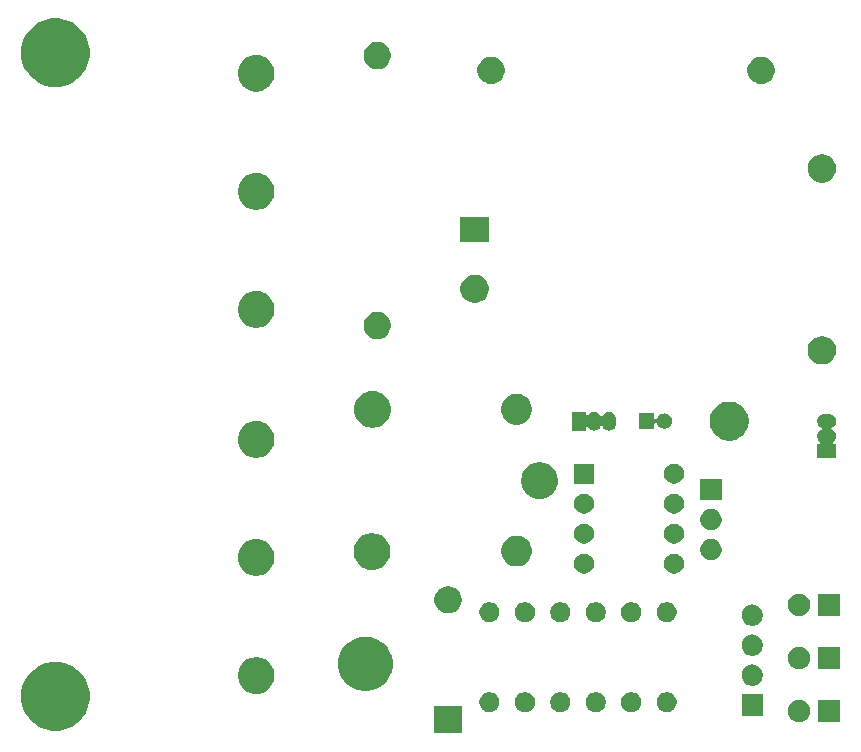
<source format=gbs>
G04 #@! TF.GenerationSoftware,KiCad,Pcbnew,(5.1.5)-3*
G04 #@! TF.CreationDate,2020-11-02T17:07:13+01:00*
G04 #@! TF.ProjectId,Heat Controller,48656174-2043-46f6-9e74-726f6c6c6572,rev?*
G04 #@! TF.SameCoordinates,Original*
G04 #@! TF.FileFunction,Soldermask,Bot*
G04 #@! TF.FilePolarity,Negative*
%FSLAX46Y46*%
G04 Gerber Fmt 4.6, Leading zero omitted, Abs format (unit mm)*
G04 Created by KiCad (PCBNEW (5.1.5)-3) date 2020-11-02 17:07:13*
%MOMM*%
%LPD*%
G04 APERTURE LIST*
%ADD10C,0.100000*%
G04 APERTURE END LIST*
D10*
G36*
X146901000Y-134401000D02*
G01*
X144599000Y-134401000D01*
X144599000Y-132099000D01*
X146901000Y-132099000D01*
X146901000Y-134401000D01*
G37*
G36*
X113346189Y-128460483D02*
G01*
X113874137Y-128679166D01*
X113874139Y-128679167D01*
X114349280Y-128996646D01*
X114753354Y-129400720D01*
X114921762Y-129652761D01*
X115070834Y-129875863D01*
X115289517Y-130403811D01*
X115401000Y-130964275D01*
X115401000Y-131535725D01*
X115289517Y-132096189D01*
X115070834Y-132624137D01*
X115070833Y-132624139D01*
X114753354Y-133099280D01*
X114349280Y-133503354D01*
X113874139Y-133820833D01*
X113874138Y-133820834D01*
X113874137Y-133820834D01*
X113346189Y-134039517D01*
X112785725Y-134151000D01*
X112214275Y-134151000D01*
X111653811Y-134039517D01*
X111125863Y-133820834D01*
X111125862Y-133820834D01*
X111125861Y-133820833D01*
X110650720Y-133503354D01*
X110246646Y-133099280D01*
X109929167Y-132624139D01*
X109929166Y-132624137D01*
X109710483Y-132096189D01*
X109599000Y-131535725D01*
X109599000Y-130964275D01*
X109710483Y-130403811D01*
X109929166Y-129875863D01*
X110078238Y-129652761D01*
X110246646Y-129400720D01*
X110650720Y-128996646D01*
X111125861Y-128679167D01*
X111125863Y-128679166D01*
X111653811Y-128460483D01*
X112214275Y-128349000D01*
X112785725Y-128349000D01*
X113346189Y-128460483D01*
G37*
G36*
X175737395Y-131585546D02*
G01*
X175910466Y-131657234D01*
X175923862Y-131666185D01*
X176066227Y-131761310D01*
X176198690Y-131893773D01*
X176198691Y-131893775D01*
X176302766Y-132049534D01*
X176374454Y-132222605D01*
X176411000Y-132406333D01*
X176411000Y-132593667D01*
X176374454Y-132777395D01*
X176302766Y-132950466D01*
X176302765Y-132950467D01*
X176198690Y-133106227D01*
X176066227Y-133238690D01*
X175987818Y-133291081D01*
X175910466Y-133342766D01*
X175737395Y-133414454D01*
X175553667Y-133451000D01*
X175366333Y-133451000D01*
X175182605Y-133414454D01*
X175009534Y-133342766D01*
X174932182Y-133291081D01*
X174853773Y-133238690D01*
X174721310Y-133106227D01*
X174617235Y-132950467D01*
X174617234Y-132950466D01*
X174545546Y-132777395D01*
X174509000Y-132593667D01*
X174509000Y-132406333D01*
X174545546Y-132222605D01*
X174617234Y-132049534D01*
X174721309Y-131893775D01*
X174721310Y-131893773D01*
X174853773Y-131761310D01*
X174996138Y-131666185D01*
X175009534Y-131657234D01*
X175182605Y-131585546D01*
X175366333Y-131549000D01*
X175553667Y-131549000D01*
X175737395Y-131585546D01*
G37*
G36*
X178951000Y-133451000D02*
G01*
X177049000Y-133451000D01*
X177049000Y-131549000D01*
X178951000Y-131549000D01*
X178951000Y-133451000D01*
G37*
G36*
X172401000Y-132901000D02*
G01*
X170599000Y-132901000D01*
X170599000Y-131099000D01*
X172401000Y-131099000D01*
X172401000Y-132901000D01*
G37*
G36*
X158498228Y-130931703D02*
G01*
X158653100Y-130995853D01*
X158792481Y-131088985D01*
X158911015Y-131207519D01*
X159004147Y-131346900D01*
X159068297Y-131501772D01*
X159101000Y-131666184D01*
X159101000Y-131833816D01*
X159068297Y-131998228D01*
X159004147Y-132153100D01*
X158911015Y-132292481D01*
X158792481Y-132411015D01*
X158653100Y-132504147D01*
X158498228Y-132568297D01*
X158333816Y-132601000D01*
X158166184Y-132601000D01*
X158001772Y-132568297D01*
X157846900Y-132504147D01*
X157707519Y-132411015D01*
X157588985Y-132292481D01*
X157495853Y-132153100D01*
X157431703Y-131998228D01*
X157399000Y-131833816D01*
X157399000Y-131666184D01*
X157431703Y-131501772D01*
X157495853Y-131346900D01*
X157588985Y-131207519D01*
X157707519Y-131088985D01*
X157846900Y-130995853D01*
X158001772Y-130931703D01*
X158166184Y-130899000D01*
X158333816Y-130899000D01*
X158498228Y-130931703D01*
G37*
G36*
X161498228Y-130931703D02*
G01*
X161653100Y-130995853D01*
X161792481Y-131088985D01*
X161911015Y-131207519D01*
X162004147Y-131346900D01*
X162068297Y-131501772D01*
X162101000Y-131666184D01*
X162101000Y-131833816D01*
X162068297Y-131998228D01*
X162004147Y-132153100D01*
X161911015Y-132292481D01*
X161792481Y-132411015D01*
X161653100Y-132504147D01*
X161498228Y-132568297D01*
X161333816Y-132601000D01*
X161166184Y-132601000D01*
X161001772Y-132568297D01*
X160846900Y-132504147D01*
X160707519Y-132411015D01*
X160588985Y-132292481D01*
X160495853Y-132153100D01*
X160431703Y-131998228D01*
X160399000Y-131833816D01*
X160399000Y-131666184D01*
X160431703Y-131501772D01*
X160495853Y-131346900D01*
X160588985Y-131207519D01*
X160707519Y-131088985D01*
X160846900Y-130995853D01*
X161001772Y-130931703D01*
X161166184Y-130899000D01*
X161333816Y-130899000D01*
X161498228Y-130931703D01*
G37*
G36*
X155498228Y-130931703D02*
G01*
X155653100Y-130995853D01*
X155792481Y-131088985D01*
X155911015Y-131207519D01*
X156004147Y-131346900D01*
X156068297Y-131501772D01*
X156101000Y-131666184D01*
X156101000Y-131833816D01*
X156068297Y-131998228D01*
X156004147Y-132153100D01*
X155911015Y-132292481D01*
X155792481Y-132411015D01*
X155653100Y-132504147D01*
X155498228Y-132568297D01*
X155333816Y-132601000D01*
X155166184Y-132601000D01*
X155001772Y-132568297D01*
X154846900Y-132504147D01*
X154707519Y-132411015D01*
X154588985Y-132292481D01*
X154495853Y-132153100D01*
X154431703Y-131998228D01*
X154399000Y-131833816D01*
X154399000Y-131666184D01*
X154431703Y-131501772D01*
X154495853Y-131346900D01*
X154588985Y-131207519D01*
X154707519Y-131088985D01*
X154846900Y-130995853D01*
X155001772Y-130931703D01*
X155166184Y-130899000D01*
X155333816Y-130899000D01*
X155498228Y-130931703D01*
G37*
G36*
X149498228Y-130931703D02*
G01*
X149653100Y-130995853D01*
X149792481Y-131088985D01*
X149911015Y-131207519D01*
X150004147Y-131346900D01*
X150068297Y-131501772D01*
X150101000Y-131666184D01*
X150101000Y-131833816D01*
X150068297Y-131998228D01*
X150004147Y-132153100D01*
X149911015Y-132292481D01*
X149792481Y-132411015D01*
X149653100Y-132504147D01*
X149498228Y-132568297D01*
X149333816Y-132601000D01*
X149166184Y-132601000D01*
X149001772Y-132568297D01*
X148846900Y-132504147D01*
X148707519Y-132411015D01*
X148588985Y-132292481D01*
X148495853Y-132153100D01*
X148431703Y-131998228D01*
X148399000Y-131833816D01*
X148399000Y-131666184D01*
X148431703Y-131501772D01*
X148495853Y-131346900D01*
X148588985Y-131207519D01*
X148707519Y-131088985D01*
X148846900Y-130995853D01*
X149001772Y-130931703D01*
X149166184Y-130899000D01*
X149333816Y-130899000D01*
X149498228Y-130931703D01*
G37*
G36*
X152498228Y-130931703D02*
G01*
X152653100Y-130995853D01*
X152792481Y-131088985D01*
X152911015Y-131207519D01*
X153004147Y-131346900D01*
X153068297Y-131501772D01*
X153101000Y-131666184D01*
X153101000Y-131833816D01*
X153068297Y-131998228D01*
X153004147Y-132153100D01*
X152911015Y-132292481D01*
X152792481Y-132411015D01*
X152653100Y-132504147D01*
X152498228Y-132568297D01*
X152333816Y-132601000D01*
X152166184Y-132601000D01*
X152001772Y-132568297D01*
X151846900Y-132504147D01*
X151707519Y-132411015D01*
X151588985Y-132292481D01*
X151495853Y-132153100D01*
X151431703Y-131998228D01*
X151399000Y-131833816D01*
X151399000Y-131666184D01*
X151431703Y-131501772D01*
X151495853Y-131346900D01*
X151588985Y-131207519D01*
X151707519Y-131088985D01*
X151846900Y-130995853D01*
X152001772Y-130931703D01*
X152166184Y-130899000D01*
X152333816Y-130899000D01*
X152498228Y-130931703D01*
G37*
G36*
X164498228Y-130931703D02*
G01*
X164653100Y-130995853D01*
X164792481Y-131088985D01*
X164911015Y-131207519D01*
X165004147Y-131346900D01*
X165068297Y-131501772D01*
X165101000Y-131666184D01*
X165101000Y-131833816D01*
X165068297Y-131998228D01*
X165004147Y-132153100D01*
X164911015Y-132292481D01*
X164792481Y-132411015D01*
X164653100Y-132504147D01*
X164498228Y-132568297D01*
X164333816Y-132601000D01*
X164166184Y-132601000D01*
X164001772Y-132568297D01*
X163846900Y-132504147D01*
X163707519Y-132411015D01*
X163588985Y-132292481D01*
X163495853Y-132153100D01*
X163431703Y-131998228D01*
X163399000Y-131833816D01*
X163399000Y-131666184D01*
X163431703Y-131501772D01*
X163495853Y-131346900D01*
X163588985Y-131207519D01*
X163707519Y-131088985D01*
X163846900Y-130995853D01*
X164001772Y-130931703D01*
X164166184Y-130899000D01*
X164333816Y-130899000D01*
X164498228Y-130931703D01*
G37*
G36*
X129802585Y-127978802D02*
G01*
X129952410Y-128008604D01*
X130234674Y-128125521D01*
X130488705Y-128295259D01*
X130704741Y-128511295D01*
X130874479Y-128765326D01*
X130991396Y-129047590D01*
X131051000Y-129347240D01*
X131051000Y-129652760D01*
X130991396Y-129952410D01*
X130874479Y-130234674D01*
X130704741Y-130488705D01*
X130488705Y-130704741D01*
X130234674Y-130874479D01*
X129952410Y-130991396D01*
X129802585Y-131021198D01*
X129652761Y-131051000D01*
X129347239Y-131051000D01*
X129197415Y-131021198D01*
X129047590Y-130991396D01*
X128765326Y-130874479D01*
X128511295Y-130704741D01*
X128295259Y-130488705D01*
X128125521Y-130234674D01*
X128008604Y-129952410D01*
X127949000Y-129652760D01*
X127949000Y-129347240D01*
X128008604Y-129047590D01*
X128125521Y-128765326D01*
X128295259Y-128511295D01*
X128511295Y-128295259D01*
X128765326Y-128125521D01*
X129047590Y-128008604D01*
X129197415Y-127978802D01*
X129347239Y-127949000D01*
X129652761Y-127949000D01*
X129802585Y-127978802D01*
G37*
G36*
X139198903Y-126243213D02*
G01*
X139421177Y-126287426D01*
X139839932Y-126460880D01*
X140216802Y-126712696D01*
X140537304Y-127033198D01*
X140789120Y-127410068D01*
X140962574Y-127828823D01*
X141051000Y-128273371D01*
X141051000Y-128726629D01*
X140962574Y-129171177D01*
X140789120Y-129589932D01*
X140537304Y-129966802D01*
X140216802Y-130287304D01*
X139839932Y-130539120D01*
X139421177Y-130712574D01*
X139198903Y-130756787D01*
X138976630Y-130801000D01*
X138523370Y-130801000D01*
X138301097Y-130756787D01*
X138078823Y-130712574D01*
X137660068Y-130539120D01*
X137283198Y-130287304D01*
X136962696Y-129966802D01*
X136710880Y-129589932D01*
X136537426Y-129171177D01*
X136449000Y-128726629D01*
X136449000Y-128273371D01*
X136537426Y-127828823D01*
X136710880Y-127410068D01*
X136962696Y-127033198D01*
X137283198Y-126712696D01*
X137660068Y-126460880D01*
X138078823Y-126287426D01*
X138301097Y-126243213D01*
X138523370Y-126199000D01*
X138976630Y-126199000D01*
X139198903Y-126243213D01*
G37*
G36*
X171613512Y-128563927D02*
G01*
X171762812Y-128593624D01*
X171926784Y-128661544D01*
X172074354Y-128760147D01*
X172199853Y-128885646D01*
X172298456Y-129033216D01*
X172366376Y-129197188D01*
X172401000Y-129371259D01*
X172401000Y-129548741D01*
X172366376Y-129722812D01*
X172298456Y-129886784D01*
X172199853Y-130034354D01*
X172074354Y-130159853D01*
X171926784Y-130258456D01*
X171762812Y-130326376D01*
X171613512Y-130356073D01*
X171588742Y-130361000D01*
X171411258Y-130361000D01*
X171386488Y-130356073D01*
X171237188Y-130326376D01*
X171073216Y-130258456D01*
X170925646Y-130159853D01*
X170800147Y-130034354D01*
X170701544Y-129886784D01*
X170633624Y-129722812D01*
X170599000Y-129548741D01*
X170599000Y-129371259D01*
X170633624Y-129197188D01*
X170701544Y-129033216D01*
X170800147Y-128885646D01*
X170925646Y-128760147D01*
X171073216Y-128661544D01*
X171237188Y-128593624D01*
X171386488Y-128563927D01*
X171411258Y-128559000D01*
X171588742Y-128559000D01*
X171613512Y-128563927D01*
G37*
G36*
X178951000Y-128951000D02*
G01*
X177049000Y-128951000D01*
X177049000Y-127049000D01*
X178951000Y-127049000D01*
X178951000Y-128951000D01*
G37*
G36*
X175737395Y-127085546D02*
G01*
X175910466Y-127157234D01*
X175948746Y-127182812D01*
X176066227Y-127261310D01*
X176198690Y-127393773D01*
X176198691Y-127393775D01*
X176302766Y-127549534D01*
X176374454Y-127722605D01*
X176411000Y-127906333D01*
X176411000Y-128093667D01*
X176374454Y-128277395D01*
X176302766Y-128450466D01*
X176302765Y-128450467D01*
X176198690Y-128606227D01*
X176066227Y-128738690D01*
X176026363Y-128765326D01*
X175910466Y-128842766D01*
X175737395Y-128914454D01*
X175553667Y-128951000D01*
X175366333Y-128951000D01*
X175182605Y-128914454D01*
X175009534Y-128842766D01*
X174893637Y-128765326D01*
X174853773Y-128738690D01*
X174721310Y-128606227D01*
X174617235Y-128450467D01*
X174617234Y-128450466D01*
X174545546Y-128277395D01*
X174509000Y-128093667D01*
X174509000Y-127906333D01*
X174545546Y-127722605D01*
X174617234Y-127549534D01*
X174721309Y-127393775D01*
X174721310Y-127393773D01*
X174853773Y-127261310D01*
X174971254Y-127182812D01*
X175009534Y-127157234D01*
X175182605Y-127085546D01*
X175366333Y-127049000D01*
X175553667Y-127049000D01*
X175737395Y-127085546D01*
G37*
G36*
X171613512Y-126023927D02*
G01*
X171762812Y-126053624D01*
X171926784Y-126121544D01*
X172074354Y-126220147D01*
X172199853Y-126345646D01*
X172298456Y-126493216D01*
X172366376Y-126657188D01*
X172401000Y-126831259D01*
X172401000Y-127008741D01*
X172366376Y-127182812D01*
X172298456Y-127346784D01*
X172199853Y-127494354D01*
X172074354Y-127619853D01*
X171926784Y-127718456D01*
X171762812Y-127786376D01*
X171613512Y-127816073D01*
X171588742Y-127821000D01*
X171411258Y-127821000D01*
X171386488Y-127816073D01*
X171237188Y-127786376D01*
X171073216Y-127718456D01*
X170925646Y-127619853D01*
X170800147Y-127494354D01*
X170701544Y-127346784D01*
X170633624Y-127182812D01*
X170599000Y-127008741D01*
X170599000Y-126831259D01*
X170633624Y-126657188D01*
X170701544Y-126493216D01*
X170800147Y-126345646D01*
X170925646Y-126220147D01*
X171073216Y-126121544D01*
X171237188Y-126053624D01*
X171386488Y-126023927D01*
X171411258Y-126019000D01*
X171588742Y-126019000D01*
X171613512Y-126023927D01*
G37*
G36*
X171613512Y-123483927D02*
G01*
X171762812Y-123513624D01*
X171926784Y-123581544D01*
X172074354Y-123680147D01*
X172199853Y-123805646D01*
X172298456Y-123953216D01*
X172366376Y-124117188D01*
X172401000Y-124291259D01*
X172401000Y-124468741D01*
X172366376Y-124642812D01*
X172298456Y-124806784D01*
X172199853Y-124954354D01*
X172074354Y-125079853D01*
X171926784Y-125178456D01*
X171762812Y-125246376D01*
X171613512Y-125276073D01*
X171588742Y-125281000D01*
X171411258Y-125281000D01*
X171386488Y-125276073D01*
X171237188Y-125246376D01*
X171073216Y-125178456D01*
X170925646Y-125079853D01*
X170800147Y-124954354D01*
X170701544Y-124806784D01*
X170633624Y-124642812D01*
X170599000Y-124468741D01*
X170599000Y-124291259D01*
X170633624Y-124117188D01*
X170701544Y-123953216D01*
X170800147Y-123805646D01*
X170925646Y-123680147D01*
X171073216Y-123581544D01*
X171237188Y-123513624D01*
X171386488Y-123483927D01*
X171411258Y-123479000D01*
X171588742Y-123479000D01*
X171613512Y-123483927D01*
G37*
G36*
X164498228Y-123311703D02*
G01*
X164653100Y-123375853D01*
X164792481Y-123468985D01*
X164911015Y-123587519D01*
X165004147Y-123726900D01*
X165068297Y-123881772D01*
X165101000Y-124046184D01*
X165101000Y-124213816D01*
X165068297Y-124378228D01*
X165004147Y-124533100D01*
X164911015Y-124672481D01*
X164792481Y-124791015D01*
X164653100Y-124884147D01*
X164498228Y-124948297D01*
X164333816Y-124981000D01*
X164166184Y-124981000D01*
X164001772Y-124948297D01*
X163846900Y-124884147D01*
X163707519Y-124791015D01*
X163588985Y-124672481D01*
X163495853Y-124533100D01*
X163431703Y-124378228D01*
X163399000Y-124213816D01*
X163399000Y-124046184D01*
X163431703Y-123881772D01*
X163495853Y-123726900D01*
X163588985Y-123587519D01*
X163707519Y-123468985D01*
X163846900Y-123375853D01*
X164001772Y-123311703D01*
X164166184Y-123279000D01*
X164333816Y-123279000D01*
X164498228Y-123311703D01*
G37*
G36*
X161498228Y-123311703D02*
G01*
X161653100Y-123375853D01*
X161792481Y-123468985D01*
X161911015Y-123587519D01*
X162004147Y-123726900D01*
X162068297Y-123881772D01*
X162101000Y-124046184D01*
X162101000Y-124213816D01*
X162068297Y-124378228D01*
X162004147Y-124533100D01*
X161911015Y-124672481D01*
X161792481Y-124791015D01*
X161653100Y-124884147D01*
X161498228Y-124948297D01*
X161333816Y-124981000D01*
X161166184Y-124981000D01*
X161001772Y-124948297D01*
X160846900Y-124884147D01*
X160707519Y-124791015D01*
X160588985Y-124672481D01*
X160495853Y-124533100D01*
X160431703Y-124378228D01*
X160399000Y-124213816D01*
X160399000Y-124046184D01*
X160431703Y-123881772D01*
X160495853Y-123726900D01*
X160588985Y-123587519D01*
X160707519Y-123468985D01*
X160846900Y-123375853D01*
X161001772Y-123311703D01*
X161166184Y-123279000D01*
X161333816Y-123279000D01*
X161498228Y-123311703D01*
G37*
G36*
X155498228Y-123311703D02*
G01*
X155653100Y-123375853D01*
X155792481Y-123468985D01*
X155911015Y-123587519D01*
X156004147Y-123726900D01*
X156068297Y-123881772D01*
X156101000Y-124046184D01*
X156101000Y-124213816D01*
X156068297Y-124378228D01*
X156004147Y-124533100D01*
X155911015Y-124672481D01*
X155792481Y-124791015D01*
X155653100Y-124884147D01*
X155498228Y-124948297D01*
X155333816Y-124981000D01*
X155166184Y-124981000D01*
X155001772Y-124948297D01*
X154846900Y-124884147D01*
X154707519Y-124791015D01*
X154588985Y-124672481D01*
X154495853Y-124533100D01*
X154431703Y-124378228D01*
X154399000Y-124213816D01*
X154399000Y-124046184D01*
X154431703Y-123881772D01*
X154495853Y-123726900D01*
X154588985Y-123587519D01*
X154707519Y-123468985D01*
X154846900Y-123375853D01*
X155001772Y-123311703D01*
X155166184Y-123279000D01*
X155333816Y-123279000D01*
X155498228Y-123311703D01*
G37*
G36*
X152498228Y-123311703D02*
G01*
X152653100Y-123375853D01*
X152792481Y-123468985D01*
X152911015Y-123587519D01*
X153004147Y-123726900D01*
X153068297Y-123881772D01*
X153101000Y-124046184D01*
X153101000Y-124213816D01*
X153068297Y-124378228D01*
X153004147Y-124533100D01*
X152911015Y-124672481D01*
X152792481Y-124791015D01*
X152653100Y-124884147D01*
X152498228Y-124948297D01*
X152333816Y-124981000D01*
X152166184Y-124981000D01*
X152001772Y-124948297D01*
X151846900Y-124884147D01*
X151707519Y-124791015D01*
X151588985Y-124672481D01*
X151495853Y-124533100D01*
X151431703Y-124378228D01*
X151399000Y-124213816D01*
X151399000Y-124046184D01*
X151431703Y-123881772D01*
X151495853Y-123726900D01*
X151588985Y-123587519D01*
X151707519Y-123468985D01*
X151846900Y-123375853D01*
X152001772Y-123311703D01*
X152166184Y-123279000D01*
X152333816Y-123279000D01*
X152498228Y-123311703D01*
G37*
G36*
X149498228Y-123311703D02*
G01*
X149653100Y-123375853D01*
X149792481Y-123468985D01*
X149911015Y-123587519D01*
X150004147Y-123726900D01*
X150068297Y-123881772D01*
X150101000Y-124046184D01*
X150101000Y-124213816D01*
X150068297Y-124378228D01*
X150004147Y-124533100D01*
X149911015Y-124672481D01*
X149792481Y-124791015D01*
X149653100Y-124884147D01*
X149498228Y-124948297D01*
X149333816Y-124981000D01*
X149166184Y-124981000D01*
X149001772Y-124948297D01*
X148846900Y-124884147D01*
X148707519Y-124791015D01*
X148588985Y-124672481D01*
X148495853Y-124533100D01*
X148431703Y-124378228D01*
X148399000Y-124213816D01*
X148399000Y-124046184D01*
X148431703Y-123881772D01*
X148495853Y-123726900D01*
X148588985Y-123587519D01*
X148707519Y-123468985D01*
X148846900Y-123375853D01*
X149001772Y-123311703D01*
X149166184Y-123279000D01*
X149333816Y-123279000D01*
X149498228Y-123311703D01*
G37*
G36*
X158498228Y-123311703D02*
G01*
X158653100Y-123375853D01*
X158792481Y-123468985D01*
X158911015Y-123587519D01*
X159004147Y-123726900D01*
X159068297Y-123881772D01*
X159101000Y-124046184D01*
X159101000Y-124213816D01*
X159068297Y-124378228D01*
X159004147Y-124533100D01*
X158911015Y-124672481D01*
X158792481Y-124791015D01*
X158653100Y-124884147D01*
X158498228Y-124948297D01*
X158333816Y-124981000D01*
X158166184Y-124981000D01*
X158001772Y-124948297D01*
X157846900Y-124884147D01*
X157707519Y-124791015D01*
X157588985Y-124672481D01*
X157495853Y-124533100D01*
X157431703Y-124378228D01*
X157399000Y-124213816D01*
X157399000Y-124046184D01*
X157431703Y-123881772D01*
X157495853Y-123726900D01*
X157588985Y-123587519D01*
X157707519Y-123468985D01*
X157846900Y-123375853D01*
X158001772Y-123311703D01*
X158166184Y-123279000D01*
X158333816Y-123279000D01*
X158498228Y-123311703D01*
G37*
G36*
X178951000Y-124451000D02*
G01*
X177049000Y-124451000D01*
X177049000Y-122549000D01*
X178951000Y-122549000D01*
X178951000Y-124451000D01*
G37*
G36*
X175737395Y-122585546D02*
G01*
X175910466Y-122657234D01*
X175910467Y-122657235D01*
X176066227Y-122761310D01*
X176198690Y-122893773D01*
X176198691Y-122893775D01*
X176302766Y-123049534D01*
X176374454Y-123222605D01*
X176411000Y-123406333D01*
X176411000Y-123593667D01*
X176374454Y-123777395D01*
X176302766Y-123950466D01*
X176251081Y-124027818D01*
X176198690Y-124106227D01*
X176066227Y-124238690D01*
X175987818Y-124291081D01*
X175910466Y-124342766D01*
X175737395Y-124414454D01*
X175553667Y-124451000D01*
X175366333Y-124451000D01*
X175182605Y-124414454D01*
X175009534Y-124342766D01*
X174932182Y-124291081D01*
X174853773Y-124238690D01*
X174721310Y-124106227D01*
X174668919Y-124027818D01*
X174617234Y-123950466D01*
X174545546Y-123777395D01*
X174509000Y-123593667D01*
X174509000Y-123406333D01*
X174545546Y-123222605D01*
X174617234Y-123049534D01*
X174721309Y-122893775D01*
X174721310Y-122893773D01*
X174853773Y-122761310D01*
X175009533Y-122657235D01*
X175009534Y-122657234D01*
X175182605Y-122585546D01*
X175366333Y-122549000D01*
X175553667Y-122549000D01*
X175737395Y-122585546D01*
G37*
G36*
X145974549Y-121961116D02*
G01*
X146085734Y-121983232D01*
X146295203Y-122069997D01*
X146483720Y-122195960D01*
X146644040Y-122356280D01*
X146770003Y-122544797D01*
X146856768Y-122754266D01*
X146901000Y-122976636D01*
X146901000Y-123203364D01*
X146856768Y-123425734D01*
X146770003Y-123635203D01*
X146644040Y-123823720D01*
X146483720Y-123984040D01*
X146295203Y-124110003D01*
X146295202Y-124110004D01*
X146295201Y-124110004D01*
X146233850Y-124135416D01*
X146085734Y-124196768D01*
X145974549Y-124218884D01*
X145863365Y-124241000D01*
X145636635Y-124241000D01*
X145525451Y-124218884D01*
X145414266Y-124196768D01*
X145266150Y-124135416D01*
X145204799Y-124110004D01*
X145204798Y-124110004D01*
X145204797Y-124110003D01*
X145016280Y-123984040D01*
X144855960Y-123823720D01*
X144729997Y-123635203D01*
X144643232Y-123425734D01*
X144599000Y-123203364D01*
X144599000Y-122976636D01*
X144643232Y-122754266D01*
X144729997Y-122544797D01*
X144855960Y-122356280D01*
X145016280Y-122195960D01*
X145204797Y-122069997D01*
X145414266Y-121983232D01*
X145525451Y-121961116D01*
X145636635Y-121939000D01*
X145863365Y-121939000D01*
X145974549Y-121961116D01*
G37*
G36*
X129726280Y-117963624D02*
G01*
X129952410Y-118008604D01*
X130234674Y-118125521D01*
X130488705Y-118295259D01*
X130704741Y-118511295D01*
X130874479Y-118765326D01*
X130991396Y-119047590D01*
X131000391Y-119092811D01*
X131051000Y-119347239D01*
X131051000Y-119652761D01*
X131042324Y-119696376D01*
X130991396Y-119952410D01*
X130874479Y-120234674D01*
X130704741Y-120488705D01*
X130488705Y-120704741D01*
X130234674Y-120874479D01*
X129952410Y-120991396D01*
X129802585Y-121021198D01*
X129652761Y-121051000D01*
X129347239Y-121051000D01*
X129197415Y-121021198D01*
X129047590Y-120991396D01*
X128765326Y-120874479D01*
X128511295Y-120704741D01*
X128295259Y-120488705D01*
X128125521Y-120234674D01*
X128008604Y-119952410D01*
X127957676Y-119696376D01*
X127949000Y-119652761D01*
X127949000Y-119347239D01*
X127999609Y-119092811D01*
X128008604Y-119047590D01*
X128125521Y-118765326D01*
X128295259Y-118511295D01*
X128511295Y-118295259D01*
X128765326Y-118125521D01*
X129047590Y-118008604D01*
X129273720Y-117963624D01*
X129347239Y-117949000D01*
X129652761Y-117949000D01*
X129726280Y-117963624D01*
G37*
G36*
X157498228Y-119196703D02*
G01*
X157653100Y-119260853D01*
X157792481Y-119353985D01*
X157911015Y-119472519D01*
X158004147Y-119611900D01*
X158068297Y-119766772D01*
X158101000Y-119931184D01*
X158101000Y-120098816D01*
X158068297Y-120263228D01*
X158004147Y-120418100D01*
X157911015Y-120557481D01*
X157792481Y-120676015D01*
X157653100Y-120769147D01*
X157498228Y-120833297D01*
X157333816Y-120866000D01*
X157166184Y-120866000D01*
X157001772Y-120833297D01*
X156846900Y-120769147D01*
X156707519Y-120676015D01*
X156588985Y-120557481D01*
X156495853Y-120418100D01*
X156431703Y-120263228D01*
X156399000Y-120098816D01*
X156399000Y-119931184D01*
X156431703Y-119766772D01*
X156495853Y-119611900D01*
X156588985Y-119472519D01*
X156707519Y-119353985D01*
X156846900Y-119260853D01*
X157001772Y-119196703D01*
X157166184Y-119164000D01*
X157333816Y-119164000D01*
X157498228Y-119196703D01*
G37*
G36*
X165118228Y-119196703D02*
G01*
X165273100Y-119260853D01*
X165412481Y-119353985D01*
X165531015Y-119472519D01*
X165624147Y-119611900D01*
X165688297Y-119766772D01*
X165721000Y-119931184D01*
X165721000Y-120098816D01*
X165688297Y-120263228D01*
X165624147Y-120418100D01*
X165531015Y-120557481D01*
X165412481Y-120676015D01*
X165273100Y-120769147D01*
X165118228Y-120833297D01*
X164953816Y-120866000D01*
X164786184Y-120866000D01*
X164621772Y-120833297D01*
X164466900Y-120769147D01*
X164327519Y-120676015D01*
X164208985Y-120557481D01*
X164115853Y-120418100D01*
X164051703Y-120263228D01*
X164019000Y-120098816D01*
X164019000Y-119931184D01*
X164051703Y-119766772D01*
X164115853Y-119611900D01*
X164208985Y-119472519D01*
X164327519Y-119353985D01*
X164466900Y-119260853D01*
X164621772Y-119196703D01*
X164786184Y-119164000D01*
X164953816Y-119164000D01*
X165118228Y-119196703D01*
G37*
G36*
X139602585Y-117478802D02*
G01*
X139752410Y-117508604D01*
X140034674Y-117625521D01*
X140288705Y-117795259D01*
X140504741Y-118011295D01*
X140674479Y-118265326D01*
X140791396Y-118547590D01*
X140851000Y-118847240D01*
X140851000Y-119152760D01*
X140791396Y-119452410D01*
X140674479Y-119734674D01*
X140504741Y-119988705D01*
X140288705Y-120204741D01*
X140034674Y-120374479D01*
X139752410Y-120491396D01*
X139602585Y-120521198D01*
X139452761Y-120551000D01*
X139147239Y-120551000D01*
X138997415Y-120521198D01*
X138847590Y-120491396D01*
X138565326Y-120374479D01*
X138311295Y-120204741D01*
X138095259Y-119988705D01*
X137925521Y-119734674D01*
X137808604Y-119452410D01*
X137749000Y-119152760D01*
X137749000Y-118847240D01*
X137808604Y-118547590D01*
X137925521Y-118265326D01*
X138095259Y-118011295D01*
X138311295Y-117795259D01*
X138565326Y-117625521D01*
X138847590Y-117508604D01*
X138997415Y-117478802D01*
X139147239Y-117449000D01*
X139452761Y-117449000D01*
X139602585Y-117478802D01*
G37*
G36*
X151929487Y-117698996D02*
G01*
X152161888Y-117795260D01*
X152166255Y-117797069D01*
X152379339Y-117939447D01*
X152560553Y-118120661D01*
X152677216Y-118295259D01*
X152702932Y-118333747D01*
X152801004Y-118570513D01*
X152851000Y-118821861D01*
X152851000Y-119078139D01*
X152801004Y-119329487D01*
X152718010Y-119529852D01*
X152702931Y-119566255D01*
X152560553Y-119779339D01*
X152379339Y-119960553D01*
X152166255Y-120102931D01*
X152166254Y-120102932D01*
X152166253Y-120102932D01*
X151929487Y-120201004D01*
X151678139Y-120251000D01*
X151421861Y-120251000D01*
X151170513Y-120201004D01*
X150933747Y-120102932D01*
X150933746Y-120102932D01*
X150933745Y-120102931D01*
X150720661Y-119960553D01*
X150539447Y-119779339D01*
X150397069Y-119566255D01*
X150381990Y-119529852D01*
X150298996Y-119329487D01*
X150249000Y-119078139D01*
X150249000Y-118821861D01*
X150298996Y-118570513D01*
X150397068Y-118333747D01*
X150422785Y-118295259D01*
X150539447Y-118120661D01*
X150720661Y-117939447D01*
X150933745Y-117797069D01*
X150938112Y-117795260D01*
X151170513Y-117698996D01*
X151421861Y-117649000D01*
X151678139Y-117649000D01*
X151929487Y-117698996D01*
G37*
G36*
X168113512Y-117933927D02*
G01*
X168262812Y-117963624D01*
X168426784Y-118031544D01*
X168574354Y-118130147D01*
X168699853Y-118255646D01*
X168798456Y-118403216D01*
X168866376Y-118567188D01*
X168901000Y-118741259D01*
X168901000Y-118918741D01*
X168866376Y-119092812D01*
X168798456Y-119256784D01*
X168699853Y-119404354D01*
X168574354Y-119529853D01*
X168426784Y-119628456D01*
X168262812Y-119696376D01*
X168113512Y-119726073D01*
X168088742Y-119731000D01*
X167911258Y-119731000D01*
X167886488Y-119726073D01*
X167737188Y-119696376D01*
X167573216Y-119628456D01*
X167425646Y-119529853D01*
X167300147Y-119404354D01*
X167201544Y-119256784D01*
X167133624Y-119092812D01*
X167099000Y-118918741D01*
X167099000Y-118741259D01*
X167133624Y-118567188D01*
X167201544Y-118403216D01*
X167300147Y-118255646D01*
X167425646Y-118130147D01*
X167573216Y-118031544D01*
X167737188Y-117963624D01*
X167886488Y-117933927D01*
X167911258Y-117929000D01*
X168088742Y-117929000D01*
X168113512Y-117933927D01*
G37*
G36*
X165118228Y-116656703D02*
G01*
X165273100Y-116720853D01*
X165412481Y-116813985D01*
X165531015Y-116932519D01*
X165624147Y-117071900D01*
X165688297Y-117226772D01*
X165721000Y-117391184D01*
X165721000Y-117558816D01*
X165688297Y-117723228D01*
X165624147Y-117878100D01*
X165531015Y-118017481D01*
X165412481Y-118136015D01*
X165273100Y-118229147D01*
X165118228Y-118293297D01*
X164953816Y-118326000D01*
X164786184Y-118326000D01*
X164621772Y-118293297D01*
X164466900Y-118229147D01*
X164327519Y-118136015D01*
X164208985Y-118017481D01*
X164115853Y-117878100D01*
X164051703Y-117723228D01*
X164019000Y-117558816D01*
X164019000Y-117391184D01*
X164051703Y-117226772D01*
X164115853Y-117071900D01*
X164208985Y-116932519D01*
X164327519Y-116813985D01*
X164466900Y-116720853D01*
X164621772Y-116656703D01*
X164786184Y-116624000D01*
X164953816Y-116624000D01*
X165118228Y-116656703D01*
G37*
G36*
X157498228Y-116656703D02*
G01*
X157653100Y-116720853D01*
X157792481Y-116813985D01*
X157911015Y-116932519D01*
X158004147Y-117071900D01*
X158068297Y-117226772D01*
X158101000Y-117391184D01*
X158101000Y-117558816D01*
X158068297Y-117723228D01*
X158004147Y-117878100D01*
X157911015Y-118017481D01*
X157792481Y-118136015D01*
X157653100Y-118229147D01*
X157498228Y-118293297D01*
X157333816Y-118326000D01*
X157166184Y-118326000D01*
X157001772Y-118293297D01*
X156846900Y-118229147D01*
X156707519Y-118136015D01*
X156588985Y-118017481D01*
X156495853Y-117878100D01*
X156431703Y-117723228D01*
X156399000Y-117558816D01*
X156399000Y-117391184D01*
X156431703Y-117226772D01*
X156495853Y-117071900D01*
X156588985Y-116932519D01*
X156707519Y-116813985D01*
X156846900Y-116720853D01*
X157001772Y-116656703D01*
X157166184Y-116624000D01*
X157333816Y-116624000D01*
X157498228Y-116656703D01*
G37*
G36*
X168113512Y-115393927D02*
G01*
X168262812Y-115423624D01*
X168426784Y-115491544D01*
X168574354Y-115590147D01*
X168699853Y-115715646D01*
X168798456Y-115863216D01*
X168866376Y-116027188D01*
X168901000Y-116201259D01*
X168901000Y-116378741D01*
X168866376Y-116552812D01*
X168798456Y-116716784D01*
X168699853Y-116864354D01*
X168574354Y-116989853D01*
X168426784Y-117088456D01*
X168262812Y-117156376D01*
X168113512Y-117186073D01*
X168088742Y-117191000D01*
X167911258Y-117191000D01*
X167886488Y-117186073D01*
X167737188Y-117156376D01*
X167573216Y-117088456D01*
X167425646Y-116989853D01*
X167300147Y-116864354D01*
X167201544Y-116716784D01*
X167133624Y-116552812D01*
X167099000Y-116378741D01*
X167099000Y-116201259D01*
X167133624Y-116027188D01*
X167201544Y-115863216D01*
X167300147Y-115715646D01*
X167425646Y-115590147D01*
X167573216Y-115491544D01*
X167737188Y-115423624D01*
X167886488Y-115393927D01*
X167911258Y-115389000D01*
X168088742Y-115389000D01*
X168113512Y-115393927D01*
G37*
G36*
X165118228Y-114116703D02*
G01*
X165273100Y-114180853D01*
X165412481Y-114273985D01*
X165531015Y-114392519D01*
X165624147Y-114531900D01*
X165688297Y-114686772D01*
X165721000Y-114851184D01*
X165721000Y-115018816D01*
X165688297Y-115183228D01*
X165624147Y-115338100D01*
X165531015Y-115477481D01*
X165412481Y-115596015D01*
X165273100Y-115689147D01*
X165118228Y-115753297D01*
X164953816Y-115786000D01*
X164786184Y-115786000D01*
X164621772Y-115753297D01*
X164466900Y-115689147D01*
X164327519Y-115596015D01*
X164208985Y-115477481D01*
X164115853Y-115338100D01*
X164051703Y-115183228D01*
X164019000Y-115018816D01*
X164019000Y-114851184D01*
X164051703Y-114686772D01*
X164115853Y-114531900D01*
X164208985Y-114392519D01*
X164327519Y-114273985D01*
X164466900Y-114180853D01*
X164621772Y-114116703D01*
X164786184Y-114084000D01*
X164953816Y-114084000D01*
X165118228Y-114116703D01*
G37*
G36*
X157498228Y-114116703D02*
G01*
X157653100Y-114180853D01*
X157792481Y-114273985D01*
X157911015Y-114392519D01*
X158004147Y-114531900D01*
X158068297Y-114686772D01*
X158101000Y-114851184D01*
X158101000Y-115018816D01*
X158068297Y-115183228D01*
X158004147Y-115338100D01*
X157911015Y-115477481D01*
X157792481Y-115596015D01*
X157653100Y-115689147D01*
X157498228Y-115753297D01*
X157333816Y-115786000D01*
X157166184Y-115786000D01*
X157001772Y-115753297D01*
X156846900Y-115689147D01*
X156707519Y-115596015D01*
X156588985Y-115477481D01*
X156495853Y-115338100D01*
X156431703Y-115183228D01*
X156399000Y-115018816D01*
X156399000Y-114851184D01*
X156431703Y-114686772D01*
X156495853Y-114531900D01*
X156588985Y-114392519D01*
X156707519Y-114273985D01*
X156846900Y-114180853D01*
X157001772Y-114116703D01*
X157166184Y-114084000D01*
X157333816Y-114084000D01*
X157498228Y-114116703D01*
G37*
G36*
X168901000Y-114651000D02*
G01*
X167099000Y-114651000D01*
X167099000Y-112849000D01*
X168901000Y-112849000D01*
X168901000Y-114651000D01*
G37*
G36*
X153802585Y-111478802D02*
G01*
X153952410Y-111508604D01*
X154234674Y-111625521D01*
X154488705Y-111795259D01*
X154704741Y-112011295D01*
X154874479Y-112265326D01*
X154991396Y-112547590D01*
X155010420Y-112643229D01*
X155051000Y-112847239D01*
X155051000Y-113152761D01*
X155021198Y-113302585D01*
X154991396Y-113452410D01*
X154874479Y-113734674D01*
X154704741Y-113988705D01*
X154488705Y-114204741D01*
X154234674Y-114374479D01*
X153952410Y-114491396D01*
X153802585Y-114521198D01*
X153652761Y-114551000D01*
X153347239Y-114551000D01*
X153197415Y-114521198D01*
X153047590Y-114491396D01*
X152765326Y-114374479D01*
X152511295Y-114204741D01*
X152295259Y-113988705D01*
X152125521Y-113734674D01*
X152008604Y-113452410D01*
X151978802Y-113302585D01*
X151949000Y-113152761D01*
X151949000Y-112847239D01*
X151989580Y-112643229D01*
X152008604Y-112547590D01*
X152125521Y-112265326D01*
X152295259Y-112011295D01*
X152511295Y-111795259D01*
X152765326Y-111625521D01*
X153047590Y-111508604D01*
X153197415Y-111478802D01*
X153347239Y-111449000D01*
X153652761Y-111449000D01*
X153802585Y-111478802D01*
G37*
G36*
X165118228Y-111576703D02*
G01*
X165273100Y-111640853D01*
X165412481Y-111733985D01*
X165531015Y-111852519D01*
X165624147Y-111991900D01*
X165688297Y-112146772D01*
X165721000Y-112311184D01*
X165721000Y-112478816D01*
X165688297Y-112643228D01*
X165624147Y-112798100D01*
X165531015Y-112937481D01*
X165412481Y-113056015D01*
X165273100Y-113149147D01*
X165118228Y-113213297D01*
X164953816Y-113246000D01*
X164786184Y-113246000D01*
X164621772Y-113213297D01*
X164466900Y-113149147D01*
X164327519Y-113056015D01*
X164208985Y-112937481D01*
X164115853Y-112798100D01*
X164051703Y-112643228D01*
X164019000Y-112478816D01*
X164019000Y-112311184D01*
X164051703Y-112146772D01*
X164115853Y-111991900D01*
X164208985Y-111852519D01*
X164327519Y-111733985D01*
X164466900Y-111640853D01*
X164621772Y-111576703D01*
X164786184Y-111544000D01*
X164953816Y-111544000D01*
X165118228Y-111576703D01*
G37*
G36*
X158101000Y-113246000D02*
G01*
X156399000Y-113246000D01*
X156399000Y-111544000D01*
X158101000Y-111544000D01*
X158101000Y-113246000D01*
G37*
G36*
X178137916Y-107382334D02*
G01*
X178246492Y-107415271D01*
X178246495Y-107415272D01*
X178271850Y-107428825D01*
X178346557Y-107468756D01*
X178434264Y-107540736D01*
X178506244Y-107628443D01*
X178540429Y-107692399D01*
X178559728Y-107728505D01*
X178559729Y-107728508D01*
X178592666Y-107837084D01*
X178603787Y-107950000D01*
X178592666Y-108062916D01*
X178564810Y-108154741D01*
X178559728Y-108171495D01*
X178554083Y-108182056D01*
X178506244Y-108271557D01*
X178434264Y-108359264D01*
X178346557Y-108431244D01*
X178265141Y-108474761D01*
X178244766Y-108488375D01*
X178227439Y-108505702D01*
X178213826Y-108526076D01*
X178204448Y-108548715D01*
X178199668Y-108572748D01*
X178199668Y-108597252D01*
X178204448Y-108621285D01*
X178213826Y-108643924D01*
X178227440Y-108664299D01*
X178244767Y-108681626D01*
X178265141Y-108695239D01*
X178346557Y-108738756D01*
X178434264Y-108810736D01*
X178506244Y-108898443D01*
X178540429Y-108962399D01*
X178559728Y-108998505D01*
X178559729Y-108998508D01*
X178592666Y-109107084D01*
X178603787Y-109220000D01*
X178592666Y-109332916D01*
X178568342Y-109413098D01*
X178559728Y-109441495D01*
X178540429Y-109477601D01*
X178506244Y-109541557D01*
X178434264Y-109629264D01*
X178357354Y-109692383D01*
X178340035Y-109709702D01*
X178326421Y-109730077D01*
X178317043Y-109752716D01*
X178312263Y-109776749D01*
X178312263Y-109801253D01*
X178317043Y-109825286D01*
X178326421Y-109847925D01*
X178340034Y-109868299D01*
X178357361Y-109885626D01*
X178377736Y-109899240D01*
X178400375Y-109908618D01*
X178424408Y-109913398D01*
X178436660Y-109914000D01*
X178601000Y-109914000D01*
X178601000Y-111066000D01*
X176999000Y-111066000D01*
X176999000Y-109914000D01*
X177163340Y-109914000D01*
X177187726Y-109911598D01*
X177211175Y-109904485D01*
X177232786Y-109892934D01*
X177251728Y-109877389D01*
X177267273Y-109858447D01*
X177278824Y-109836836D01*
X177285937Y-109813387D01*
X177288339Y-109789001D01*
X177285937Y-109764615D01*
X177278824Y-109741166D01*
X177267273Y-109719555D01*
X177251728Y-109700613D01*
X177242655Y-109692391D01*
X177165736Y-109629264D01*
X177093756Y-109541557D01*
X177059571Y-109477601D01*
X177040272Y-109441495D01*
X177031658Y-109413098D01*
X177007334Y-109332916D01*
X176996213Y-109220000D01*
X177007334Y-109107084D01*
X177040271Y-108998508D01*
X177040272Y-108998505D01*
X177059571Y-108962399D01*
X177093756Y-108898443D01*
X177165736Y-108810736D01*
X177253443Y-108738756D01*
X177334859Y-108695239D01*
X177355234Y-108681625D01*
X177372561Y-108664298D01*
X177386174Y-108643924D01*
X177395552Y-108621285D01*
X177400332Y-108597252D01*
X177400332Y-108572748D01*
X177395552Y-108548715D01*
X177386174Y-108526076D01*
X177372560Y-108505701D01*
X177355233Y-108488374D01*
X177334859Y-108474761D01*
X177253443Y-108431244D01*
X177165736Y-108359264D01*
X177093756Y-108271557D01*
X177045917Y-108182056D01*
X177040272Y-108171495D01*
X177035190Y-108154741D01*
X177007334Y-108062916D01*
X176996213Y-107950000D01*
X177007334Y-107837084D01*
X177040271Y-107728508D01*
X177040272Y-107728505D01*
X177059571Y-107692399D01*
X177093756Y-107628443D01*
X177165736Y-107540736D01*
X177253443Y-107468756D01*
X177328150Y-107428825D01*
X177353505Y-107415272D01*
X177353508Y-107415271D01*
X177462084Y-107382334D01*
X177546702Y-107374000D01*
X178053298Y-107374000D01*
X178137916Y-107382334D01*
G37*
G36*
X129802585Y-107978802D02*
G01*
X129952410Y-108008604D01*
X130234674Y-108125521D01*
X130488705Y-108295259D01*
X130704741Y-108511295D01*
X130874479Y-108765326D01*
X130991396Y-109047590D01*
X130991396Y-109047591D01*
X131051000Y-109347239D01*
X131051000Y-109652761D01*
X131041356Y-109701244D01*
X130991396Y-109952410D01*
X130874479Y-110234674D01*
X130704741Y-110488705D01*
X130488705Y-110704741D01*
X130234674Y-110874479D01*
X129952410Y-110991396D01*
X129802585Y-111021198D01*
X129652761Y-111051000D01*
X129347239Y-111051000D01*
X129197415Y-111021198D01*
X129047590Y-110991396D01*
X128765326Y-110874479D01*
X128511295Y-110704741D01*
X128295259Y-110488705D01*
X128125521Y-110234674D01*
X128008604Y-109952410D01*
X127958644Y-109701244D01*
X127949000Y-109652761D01*
X127949000Y-109347239D01*
X128008604Y-109047591D01*
X128008604Y-109047590D01*
X128125521Y-108765326D01*
X128295259Y-108511295D01*
X128511295Y-108295259D01*
X128765326Y-108125521D01*
X129047590Y-108008604D01*
X129197415Y-107978802D01*
X129347239Y-107949000D01*
X129652761Y-107949000D01*
X129802585Y-107978802D01*
G37*
G36*
X169920256Y-106341298D02*
G01*
X170026579Y-106362447D01*
X170327042Y-106486903D01*
X170597451Y-106667585D01*
X170827415Y-106897549D01*
X171008097Y-107167958D01*
X171132553Y-107468421D01*
X171143322Y-107522560D01*
X171196000Y-107787389D01*
X171196000Y-108112611D01*
X171178417Y-108201004D01*
X171132553Y-108431579D01*
X171083346Y-108550375D01*
X171028981Y-108681625D01*
X171008097Y-108732042D01*
X170827415Y-109002451D01*
X170597451Y-109232415D01*
X170327042Y-109413097D01*
X170327041Y-109413098D01*
X170327040Y-109413098D01*
X170258483Y-109441495D01*
X170026579Y-109537553D01*
X169920256Y-109558702D01*
X169707611Y-109601000D01*
X169382389Y-109601000D01*
X169169744Y-109558702D01*
X169063421Y-109537553D01*
X168831517Y-109441495D01*
X168762960Y-109413098D01*
X168762959Y-109413098D01*
X168762958Y-109413097D01*
X168492549Y-109232415D01*
X168262585Y-109002451D01*
X168081903Y-108732042D01*
X168061020Y-108681625D01*
X168006654Y-108550375D01*
X167957447Y-108431579D01*
X167911583Y-108201004D01*
X167894000Y-108112611D01*
X167894000Y-107787389D01*
X167946678Y-107522560D01*
X167957447Y-107468421D01*
X168081903Y-107167958D01*
X168262585Y-106897549D01*
X168492549Y-106667585D01*
X168762958Y-106486903D01*
X169063421Y-106362447D01*
X169169744Y-106341298D01*
X169382389Y-106299000D01*
X169707611Y-106299000D01*
X169920256Y-106341298D01*
G37*
G36*
X159497915Y-107157334D02*
G01*
X159606491Y-107190271D01*
X159606494Y-107190272D01*
X159642600Y-107209571D01*
X159706556Y-107243756D01*
X159794264Y-107315736D01*
X159866244Y-107403443D01*
X159900429Y-107467399D01*
X159919728Y-107503505D01*
X159919729Y-107503508D01*
X159952666Y-107612084D01*
X159961000Y-107696702D01*
X159961000Y-108203297D01*
X159952666Y-108287916D01*
X159920252Y-108394767D01*
X159919728Y-108396495D01*
X159909761Y-108415141D01*
X159866244Y-108496557D01*
X159794264Y-108584264D01*
X159706557Y-108656244D01*
X159652250Y-108685271D01*
X159606495Y-108709728D01*
X159606492Y-108709729D01*
X159497916Y-108742666D01*
X159385000Y-108753787D01*
X159272085Y-108742666D01*
X159163509Y-108709729D01*
X159163506Y-108709728D01*
X159117751Y-108685271D01*
X159063444Y-108656244D01*
X158975737Y-108584264D01*
X158903757Y-108496557D01*
X158860239Y-108415141D01*
X158846625Y-108394766D01*
X158829298Y-108377439D01*
X158808924Y-108363826D01*
X158786285Y-108354448D01*
X158762252Y-108349668D01*
X158737748Y-108349668D01*
X158713715Y-108354448D01*
X158691076Y-108363826D01*
X158670701Y-108377440D01*
X158653374Y-108394767D01*
X158639761Y-108415141D01*
X158596244Y-108496557D01*
X158524264Y-108584264D01*
X158436557Y-108656244D01*
X158382250Y-108685271D01*
X158336495Y-108709728D01*
X158336492Y-108709729D01*
X158227916Y-108742666D01*
X158115000Y-108753787D01*
X158002085Y-108742666D01*
X157893509Y-108709729D01*
X157893506Y-108709728D01*
X157847751Y-108685271D01*
X157793444Y-108656244D01*
X157705737Y-108584264D01*
X157642622Y-108507359D01*
X157625297Y-108490034D01*
X157604923Y-108476420D01*
X157582284Y-108467043D01*
X157558250Y-108462263D01*
X157533746Y-108462263D01*
X157509713Y-108467044D01*
X157487074Y-108476421D01*
X157466700Y-108490035D01*
X157449373Y-108507362D01*
X157435759Y-108527736D01*
X157426382Y-108550375D01*
X157421000Y-108586660D01*
X157421000Y-108751000D01*
X156269000Y-108751000D01*
X156269000Y-107149000D01*
X157421000Y-107149000D01*
X157421000Y-107313341D01*
X157423402Y-107337727D01*
X157430515Y-107361176D01*
X157442066Y-107382787D01*
X157457611Y-107401729D01*
X157476553Y-107417274D01*
X157498164Y-107428825D01*
X157521613Y-107435938D01*
X157545999Y-107438340D01*
X157570385Y-107435938D01*
X157593834Y-107428825D01*
X157615445Y-107417274D01*
X157634387Y-107401729D01*
X157642608Y-107392657D01*
X157705736Y-107315736D01*
X157793443Y-107243756D01*
X157857399Y-107209571D01*
X157893505Y-107190272D01*
X157893508Y-107190271D01*
X158002084Y-107157334D01*
X158115000Y-107146213D01*
X158227915Y-107157334D01*
X158336491Y-107190271D01*
X158336494Y-107190272D01*
X158372600Y-107209571D01*
X158436556Y-107243756D01*
X158524264Y-107315736D01*
X158596244Y-107403443D01*
X158630975Y-107468421D01*
X158639761Y-107484859D01*
X158653375Y-107505234D01*
X158670702Y-107522561D01*
X158691076Y-107536174D01*
X158713715Y-107545552D01*
X158737748Y-107550332D01*
X158762252Y-107550332D01*
X158786285Y-107545552D01*
X158808924Y-107536174D01*
X158829299Y-107522560D01*
X158846626Y-107505233D01*
X158860239Y-107484860D01*
X158903756Y-107403444D01*
X158975736Y-107315736D01*
X159063443Y-107243756D01*
X159127399Y-107209571D01*
X159163505Y-107190272D01*
X159163508Y-107190271D01*
X159272084Y-107157334D01*
X159385000Y-107146213D01*
X159497915Y-107157334D01*
G37*
G36*
X163211000Y-107670109D02*
G01*
X163213402Y-107694495D01*
X163220515Y-107717944D01*
X163232066Y-107739555D01*
X163247611Y-107758497D01*
X163266553Y-107774042D01*
X163288164Y-107785593D01*
X163311613Y-107792706D01*
X163335999Y-107795108D01*
X163360385Y-107792706D01*
X163383834Y-107785593D01*
X163405445Y-107774042D01*
X163424387Y-107758497D01*
X163439932Y-107739555D01*
X163451483Y-107717944D01*
X163483090Y-107641638D01*
X163491907Y-107628443D01*
X163554335Y-107535012D01*
X163645012Y-107444335D01*
X163751636Y-107373091D01*
X163870110Y-107324017D01*
X163923783Y-107313341D01*
X163995881Y-107299000D01*
X164124119Y-107299000D01*
X164196217Y-107313341D01*
X164249890Y-107324017D01*
X164368364Y-107373091D01*
X164474988Y-107444335D01*
X164565665Y-107535012D01*
X164628094Y-107628443D01*
X164636910Y-107641638D01*
X164685983Y-107760110D01*
X164711000Y-107885881D01*
X164711000Y-108014119D01*
X164685983Y-108139890D01*
X164659723Y-108203288D01*
X164636909Y-108258364D01*
X164565665Y-108364988D01*
X164474988Y-108455665D01*
X164368364Y-108526909D01*
X164368363Y-108526910D01*
X164368362Y-108526910D01*
X164249890Y-108575983D01*
X164124119Y-108601000D01*
X163995881Y-108601000D01*
X163870110Y-108575983D01*
X163751638Y-108526910D01*
X163751637Y-108526910D01*
X163751636Y-108526909D01*
X163645012Y-108455665D01*
X163554335Y-108364988D01*
X163483091Y-108258364D01*
X163451483Y-108182055D01*
X163439932Y-108160445D01*
X163424387Y-108141503D01*
X163405445Y-108125958D01*
X163383834Y-108114407D01*
X163360385Y-108107294D01*
X163335999Y-108104892D01*
X163311613Y-108107294D01*
X163288164Y-108114407D01*
X163266553Y-108125958D01*
X163247611Y-108141503D01*
X163232066Y-108160445D01*
X163220515Y-108182056D01*
X163213402Y-108205505D01*
X163211000Y-108229891D01*
X163211000Y-108601000D01*
X161909000Y-108601000D01*
X161909000Y-107299000D01*
X163211000Y-107299000D01*
X163211000Y-107670109D01*
G37*
G36*
X139652585Y-105428802D02*
G01*
X139802410Y-105458604D01*
X140084674Y-105575521D01*
X140338705Y-105745259D01*
X140554741Y-105961295D01*
X140724479Y-106215326D01*
X140836969Y-106486903D01*
X140841396Y-106497591D01*
X140901000Y-106797239D01*
X140901000Y-107102761D01*
X140888031Y-107167958D01*
X140841396Y-107402410D01*
X140724479Y-107684674D01*
X140554741Y-107938705D01*
X140338705Y-108154741D01*
X140084674Y-108324479D01*
X139802410Y-108441396D01*
X139652585Y-108471198D01*
X139502761Y-108501000D01*
X139197239Y-108501000D01*
X139047415Y-108471198D01*
X138897590Y-108441396D01*
X138615326Y-108324479D01*
X138361295Y-108154741D01*
X138145259Y-107938705D01*
X137975521Y-107684674D01*
X137858604Y-107402410D01*
X137811969Y-107167958D01*
X137799000Y-107102761D01*
X137799000Y-106797239D01*
X137858604Y-106497591D01*
X137863031Y-106486903D01*
X137975521Y-106215326D01*
X138145259Y-105961295D01*
X138361295Y-105745259D01*
X138615326Y-105575521D01*
X138897590Y-105458604D01*
X139047415Y-105428802D01*
X139197239Y-105399000D01*
X139502761Y-105399000D01*
X139652585Y-105428802D01*
G37*
G36*
X151929487Y-105698996D02*
G01*
X152166253Y-105797068D01*
X152166255Y-105797069D01*
X152379339Y-105939447D01*
X152560553Y-106120661D01*
X152702932Y-106333747D01*
X152801004Y-106570513D01*
X152851000Y-106821861D01*
X152851000Y-107078139D01*
X152801004Y-107329487D01*
X152709527Y-107550332D01*
X152702931Y-107566255D01*
X152560553Y-107779339D01*
X152379339Y-107960553D01*
X152166255Y-108102931D01*
X152166254Y-108102932D01*
X152166253Y-108102932D01*
X151929487Y-108201004D01*
X151678139Y-108251000D01*
X151421861Y-108251000D01*
X151170513Y-108201004D01*
X150933747Y-108102932D01*
X150933746Y-108102932D01*
X150933745Y-108102931D01*
X150720661Y-107960553D01*
X150539447Y-107779339D01*
X150397069Y-107566255D01*
X150390473Y-107550332D01*
X150298996Y-107329487D01*
X150249000Y-107078139D01*
X150249000Y-106821861D01*
X150298996Y-106570513D01*
X150397068Y-106333747D01*
X150539447Y-106120661D01*
X150720661Y-105939447D01*
X150933745Y-105797069D01*
X150933747Y-105797068D01*
X151170513Y-105698996D01*
X151421861Y-105649000D01*
X151678139Y-105649000D01*
X151929487Y-105698996D01*
G37*
G36*
X177750318Y-100795153D02*
G01*
X177955165Y-100880004D01*
X177968887Y-100885688D01*
X178165593Y-101017122D01*
X178332878Y-101184407D01*
X178464312Y-101381113D01*
X178464313Y-101381115D01*
X178554847Y-101599682D01*
X178601000Y-101831710D01*
X178601000Y-102068290D01*
X178554847Y-102300318D01*
X178464313Y-102518885D01*
X178464312Y-102518887D01*
X178332878Y-102715593D01*
X178165593Y-102882878D01*
X177968887Y-103014312D01*
X177968886Y-103014313D01*
X177968885Y-103014313D01*
X177750318Y-103104847D01*
X177518290Y-103151000D01*
X177281710Y-103151000D01*
X177049682Y-103104847D01*
X176831115Y-103014313D01*
X176831114Y-103014313D01*
X176831113Y-103014312D01*
X176634407Y-102882878D01*
X176467122Y-102715593D01*
X176335688Y-102518887D01*
X176335687Y-102518885D01*
X176245153Y-102300318D01*
X176199000Y-102068290D01*
X176199000Y-101831710D01*
X176245153Y-101599682D01*
X176335687Y-101381115D01*
X176335688Y-101381113D01*
X176467122Y-101184407D01*
X176634407Y-101017122D01*
X176831113Y-100885688D01*
X176844835Y-100880004D01*
X177049682Y-100795153D01*
X177281710Y-100749000D01*
X177518290Y-100749000D01*
X177750318Y-100795153D01*
G37*
G36*
X139974549Y-98731116D02*
G01*
X140085734Y-98753232D01*
X140295203Y-98839997D01*
X140483720Y-98965960D01*
X140644040Y-99126280D01*
X140770003Y-99314797D01*
X140842038Y-99488704D01*
X140856768Y-99524267D01*
X140892667Y-99704740D01*
X140901000Y-99746636D01*
X140901000Y-99973364D01*
X140856768Y-100195734D01*
X140770003Y-100405203D01*
X140644040Y-100593720D01*
X140483720Y-100754040D01*
X140295203Y-100880003D01*
X140295202Y-100880004D01*
X140295201Y-100880004D01*
X140233850Y-100905416D01*
X140085734Y-100966768D01*
X139974549Y-100988884D01*
X139863365Y-101011000D01*
X139636635Y-101011000D01*
X139525451Y-100988884D01*
X139414266Y-100966768D01*
X139266150Y-100905416D01*
X139204799Y-100880004D01*
X139204798Y-100880004D01*
X139204797Y-100880003D01*
X139016280Y-100754040D01*
X138855960Y-100593720D01*
X138729997Y-100405203D01*
X138643232Y-100195734D01*
X138599000Y-99973364D01*
X138599000Y-99746636D01*
X138607334Y-99704740D01*
X138643232Y-99524267D01*
X138657963Y-99488704D01*
X138729997Y-99314797D01*
X138855960Y-99126280D01*
X139016280Y-98965960D01*
X139204797Y-98839997D01*
X139414266Y-98753232D01*
X139525451Y-98731116D01*
X139636635Y-98709000D01*
X139863365Y-98709000D01*
X139974549Y-98731116D01*
G37*
G36*
X129802585Y-96978802D02*
G01*
X129952410Y-97008604D01*
X130234674Y-97125521D01*
X130488705Y-97295259D01*
X130704741Y-97511295D01*
X130874479Y-97765326D01*
X130991396Y-98047590D01*
X131051000Y-98347240D01*
X131051000Y-98652760D01*
X130991396Y-98952410D01*
X130874479Y-99234674D01*
X130704741Y-99488705D01*
X130488705Y-99704741D01*
X130234674Y-99874479D01*
X129952410Y-99991396D01*
X129802585Y-100021198D01*
X129652761Y-100051000D01*
X129347239Y-100051000D01*
X129197415Y-100021198D01*
X129047590Y-99991396D01*
X128765326Y-99874479D01*
X128511295Y-99704741D01*
X128295259Y-99488705D01*
X128125521Y-99234674D01*
X128008604Y-98952410D01*
X127949000Y-98652760D01*
X127949000Y-98347240D01*
X128008604Y-98047590D01*
X128125521Y-97765326D01*
X128295259Y-97511295D01*
X128511295Y-97295259D01*
X128765326Y-97125521D01*
X129047590Y-97008604D01*
X129197415Y-96978802D01*
X129347239Y-96949000D01*
X129652761Y-96949000D01*
X129802585Y-96978802D01*
G37*
G36*
X148350318Y-95595153D02*
G01*
X148568885Y-95685687D01*
X148568887Y-95685688D01*
X148765593Y-95817122D01*
X148932878Y-95984407D01*
X149064312Y-96181113D01*
X149064313Y-96181115D01*
X149154847Y-96399682D01*
X149201000Y-96631710D01*
X149201000Y-96868290D01*
X149154847Y-97100318D01*
X149074099Y-97295259D01*
X149064312Y-97318887D01*
X148932878Y-97515593D01*
X148765593Y-97682878D01*
X148568887Y-97814312D01*
X148568886Y-97814313D01*
X148568885Y-97814313D01*
X148350318Y-97904847D01*
X148118290Y-97951000D01*
X147881710Y-97951000D01*
X147649682Y-97904847D01*
X147431115Y-97814313D01*
X147431114Y-97814313D01*
X147431113Y-97814312D01*
X147234407Y-97682878D01*
X147067122Y-97515593D01*
X146935688Y-97318887D01*
X146925901Y-97295259D01*
X146845153Y-97100318D01*
X146799000Y-96868290D01*
X146799000Y-96631710D01*
X146845153Y-96399682D01*
X146935687Y-96181115D01*
X146935688Y-96181113D01*
X147067122Y-95984407D01*
X147234407Y-95817122D01*
X147431113Y-95685688D01*
X147431115Y-95685687D01*
X147649682Y-95595153D01*
X147881710Y-95549000D01*
X148118290Y-95549000D01*
X148350318Y-95595153D01*
G37*
G36*
X149201000Y-92801000D02*
G01*
X146799000Y-92801000D01*
X146799000Y-90699000D01*
X149201000Y-90699000D01*
X149201000Y-92801000D01*
G37*
G36*
X129802585Y-86978802D02*
G01*
X129952410Y-87008604D01*
X130234674Y-87125521D01*
X130488705Y-87295259D01*
X130704741Y-87511295D01*
X130874479Y-87765326D01*
X130991396Y-88047590D01*
X131051000Y-88347240D01*
X131051000Y-88652760D01*
X130991396Y-88952410D01*
X130874479Y-89234674D01*
X130704741Y-89488705D01*
X130488705Y-89704741D01*
X130234674Y-89874479D01*
X129952410Y-89991396D01*
X129802585Y-90021198D01*
X129652761Y-90051000D01*
X129347239Y-90051000D01*
X129197415Y-90021198D01*
X129047590Y-89991396D01*
X128765326Y-89874479D01*
X128511295Y-89704741D01*
X128295259Y-89488705D01*
X128125521Y-89234674D01*
X128008604Y-88952410D01*
X127949000Y-88652760D01*
X127949000Y-88347240D01*
X128008604Y-88047590D01*
X128125521Y-87765326D01*
X128295259Y-87511295D01*
X128511295Y-87295259D01*
X128765326Y-87125521D01*
X129047590Y-87008604D01*
X129197415Y-86978802D01*
X129347239Y-86949000D01*
X129652761Y-86949000D01*
X129802585Y-86978802D01*
G37*
G36*
X177750318Y-85395153D02*
G01*
X177968885Y-85485687D01*
X177968887Y-85485688D01*
X178165593Y-85617122D01*
X178332878Y-85784407D01*
X178464312Y-85981113D01*
X178464313Y-85981115D01*
X178554847Y-86199682D01*
X178601000Y-86431710D01*
X178601000Y-86668290D01*
X178554847Y-86900318D01*
X178534682Y-86949000D01*
X178464312Y-87118887D01*
X178332878Y-87315593D01*
X178165593Y-87482878D01*
X177968887Y-87614312D01*
X177968886Y-87614313D01*
X177968885Y-87614313D01*
X177750318Y-87704847D01*
X177518290Y-87751000D01*
X177281710Y-87751000D01*
X177049682Y-87704847D01*
X176831115Y-87614313D01*
X176831114Y-87614313D01*
X176831113Y-87614312D01*
X176634407Y-87482878D01*
X176467122Y-87315593D01*
X176335688Y-87118887D01*
X176265318Y-86949000D01*
X176245153Y-86900318D01*
X176199000Y-86668290D01*
X176199000Y-86431710D01*
X176245153Y-86199682D01*
X176335687Y-85981115D01*
X176335688Y-85981113D01*
X176467122Y-85784407D01*
X176634407Y-85617122D01*
X176831113Y-85485688D01*
X176831115Y-85485687D01*
X177049682Y-85395153D01*
X177281710Y-85349000D01*
X177518290Y-85349000D01*
X177750318Y-85395153D01*
G37*
G36*
X129802585Y-76978802D02*
G01*
X129952410Y-77008604D01*
X130234674Y-77125521D01*
X130488705Y-77295259D01*
X130704741Y-77511295D01*
X130874479Y-77765326D01*
X130991396Y-78047590D01*
X131051000Y-78347240D01*
X131051000Y-78652760D01*
X130991396Y-78952410D01*
X130874479Y-79234674D01*
X130704741Y-79488705D01*
X130488705Y-79704741D01*
X130234674Y-79874479D01*
X129952410Y-79991396D01*
X129802585Y-80021198D01*
X129652761Y-80051000D01*
X129347239Y-80051000D01*
X129197415Y-80021198D01*
X129047590Y-79991396D01*
X128765326Y-79874479D01*
X128511295Y-79704741D01*
X128295259Y-79488705D01*
X128125521Y-79234674D01*
X128008604Y-78952410D01*
X127949000Y-78652760D01*
X127949000Y-78347240D01*
X128008604Y-78047590D01*
X128125521Y-77765326D01*
X128295259Y-77511295D01*
X128511295Y-77295259D01*
X128765326Y-77125521D01*
X129047590Y-77008604D01*
X129197415Y-76978802D01*
X129347239Y-76949000D01*
X129652761Y-76949000D01*
X129802585Y-76978802D01*
G37*
G36*
X113346189Y-73960483D02*
G01*
X113346192Y-73960484D01*
X113346191Y-73960484D01*
X113874139Y-74179167D01*
X114349280Y-74496646D01*
X114753354Y-74900720D01*
X115070833Y-75375861D01*
X115070834Y-75375863D01*
X115289517Y-75903811D01*
X115401000Y-76464275D01*
X115401000Y-77035725D01*
X115289517Y-77596189D01*
X115113967Y-78020004D01*
X115070833Y-78124139D01*
X114753354Y-78599280D01*
X114349280Y-79003354D01*
X113874139Y-79320833D01*
X113874138Y-79320834D01*
X113874137Y-79320834D01*
X113346189Y-79539517D01*
X112785725Y-79651000D01*
X112214275Y-79651000D01*
X111653811Y-79539517D01*
X111125863Y-79320834D01*
X111125862Y-79320834D01*
X111125861Y-79320833D01*
X110650720Y-79003354D01*
X110246646Y-78599280D01*
X109929167Y-78124139D01*
X109886033Y-78020004D01*
X109710483Y-77596189D01*
X109599000Y-77035725D01*
X109599000Y-76464275D01*
X109710483Y-75903811D01*
X109929166Y-75375863D01*
X109929167Y-75375861D01*
X110246646Y-74900720D01*
X110650720Y-74496646D01*
X111125861Y-74179167D01*
X111653809Y-73960484D01*
X111653808Y-73960484D01*
X111653811Y-73960483D01*
X112214275Y-73849000D01*
X112785725Y-73849000D01*
X113346189Y-73960483D01*
G37*
G36*
X149575577Y-77113364D02*
G01*
X149725734Y-77143232D01*
X149935203Y-77229997D01*
X150123720Y-77355960D01*
X150284040Y-77516280D01*
X150410003Y-77704797D01*
X150496768Y-77914266D01*
X150541000Y-78136636D01*
X150541000Y-78363364D01*
X150496768Y-78585734D01*
X150410003Y-78795203D01*
X150284040Y-78983720D01*
X150123720Y-79144040D01*
X149935203Y-79270003D01*
X149725734Y-79356768D01*
X149614549Y-79378884D01*
X149503365Y-79401000D01*
X149276635Y-79401000D01*
X149165451Y-79378884D01*
X149054266Y-79356768D01*
X148844797Y-79270003D01*
X148656280Y-79144040D01*
X148495960Y-78983720D01*
X148369997Y-78795203D01*
X148283232Y-78585734D01*
X148239000Y-78363364D01*
X148239000Y-78136636D01*
X148283232Y-77914266D01*
X148369997Y-77704797D01*
X148495960Y-77516280D01*
X148656280Y-77355960D01*
X148844797Y-77229997D01*
X149054266Y-77143232D01*
X149204423Y-77113364D01*
X149276635Y-77099000D01*
X149503365Y-77099000D01*
X149575577Y-77113364D01*
G37*
G36*
X172435577Y-77113364D02*
G01*
X172585734Y-77143232D01*
X172795203Y-77229997D01*
X172983720Y-77355960D01*
X173144040Y-77516280D01*
X173270003Y-77704797D01*
X173356768Y-77914266D01*
X173401000Y-78136636D01*
X173401000Y-78363364D01*
X173356768Y-78585734D01*
X173270003Y-78795203D01*
X173144040Y-78983720D01*
X172983720Y-79144040D01*
X172795203Y-79270003D01*
X172585734Y-79356768D01*
X172474549Y-79378884D01*
X172363365Y-79401000D01*
X172136635Y-79401000D01*
X172025451Y-79378884D01*
X171914266Y-79356768D01*
X171704797Y-79270003D01*
X171516280Y-79144040D01*
X171355960Y-78983720D01*
X171229997Y-78795203D01*
X171143232Y-78585734D01*
X171099000Y-78363364D01*
X171099000Y-78136636D01*
X171143232Y-77914266D01*
X171229997Y-77704797D01*
X171355960Y-77516280D01*
X171516280Y-77355960D01*
X171704797Y-77229997D01*
X171914266Y-77143232D01*
X172064423Y-77113364D01*
X172136635Y-77099000D01*
X172363365Y-77099000D01*
X172435577Y-77113364D01*
G37*
G36*
X139974549Y-75871116D02*
G01*
X140085734Y-75893232D01*
X140295203Y-75979997D01*
X140483720Y-76105960D01*
X140644040Y-76266280D01*
X140770003Y-76454797D01*
X140856768Y-76664266D01*
X140901000Y-76886636D01*
X140901000Y-77113364D01*
X140856768Y-77335734D01*
X140770003Y-77545203D01*
X140644040Y-77733720D01*
X140483720Y-77894040D01*
X140295203Y-78020003D01*
X140085734Y-78106768D01*
X139998414Y-78124137D01*
X139863365Y-78151000D01*
X139636635Y-78151000D01*
X139501586Y-78124137D01*
X139414266Y-78106768D01*
X139204797Y-78020003D01*
X139016280Y-77894040D01*
X138855960Y-77733720D01*
X138729997Y-77545203D01*
X138643232Y-77335734D01*
X138599000Y-77113364D01*
X138599000Y-76886636D01*
X138643232Y-76664266D01*
X138729997Y-76454797D01*
X138855960Y-76266280D01*
X139016280Y-76105960D01*
X139204797Y-75979997D01*
X139414266Y-75893232D01*
X139525451Y-75871116D01*
X139636635Y-75849000D01*
X139863365Y-75849000D01*
X139974549Y-75871116D01*
G37*
M02*

</source>
